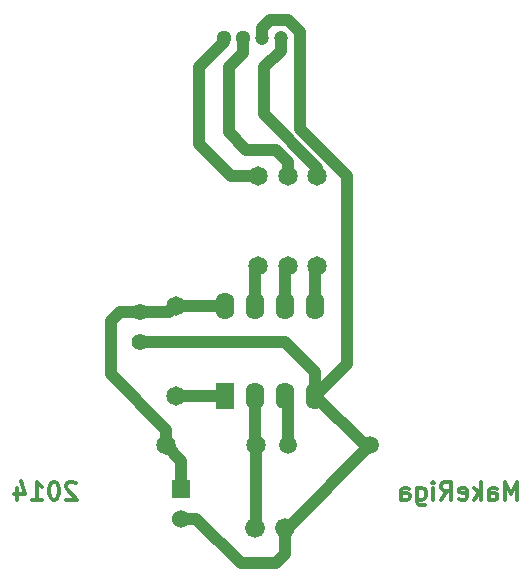
<source format=gbl>
G04 (created by PCBNEW (2013-may-18)-stable) date Tue 16 Dec 2014 04:18:38 PM EET*
%MOIN*%
G04 Gerber Fmt 3.4, Leading zero omitted, Abs format*
%FSLAX34Y34*%
G01*
G70*
G90*
G04 APERTURE LIST*
%ADD10C,0.00590551*%
%ADD11C,0.011811*%
%ADD12C,0.065*%
%ADD13C,0.066*%
%ADD14R,0.062X0.09*%
%ADD15O,0.062X0.09*%
%ADD16C,0.055*%
%ADD17C,0.0511811*%
%ADD18C,0.0472441*%
%ADD19C,0.0590551*%
%ADD20R,0.06X0.06*%
%ADD21C,0.06*%
%ADD22C,0.0393701*%
G04 APERTURE END LIST*
G54D10*
G54D11*
X6130Y-17421D02*
X6102Y-17393D01*
X6046Y-17365D01*
X5905Y-17365D01*
X5849Y-17393D01*
X5821Y-17421D01*
X5793Y-17477D01*
X5793Y-17533D01*
X5821Y-17618D01*
X6158Y-17955D01*
X5793Y-17955D01*
X5427Y-17365D02*
X5371Y-17365D01*
X5314Y-17393D01*
X5286Y-17421D01*
X5258Y-17477D01*
X5230Y-17589D01*
X5230Y-17730D01*
X5258Y-17843D01*
X5286Y-17899D01*
X5314Y-17927D01*
X5371Y-17955D01*
X5427Y-17955D01*
X5483Y-17927D01*
X5511Y-17899D01*
X5539Y-17843D01*
X5568Y-17730D01*
X5568Y-17589D01*
X5539Y-17477D01*
X5511Y-17421D01*
X5483Y-17393D01*
X5427Y-17365D01*
X4668Y-17955D02*
X5005Y-17955D01*
X4836Y-17955D02*
X4836Y-17365D01*
X4893Y-17449D01*
X4949Y-17505D01*
X5005Y-17533D01*
X4161Y-17561D02*
X4161Y-17955D01*
X4302Y-17336D02*
X4443Y-17758D01*
X4077Y-17758D01*
X20823Y-17955D02*
X20823Y-17365D01*
X20627Y-17786D01*
X20430Y-17365D01*
X20430Y-17955D01*
X19895Y-17955D02*
X19895Y-17646D01*
X19924Y-17589D01*
X19980Y-17561D01*
X20092Y-17561D01*
X20149Y-17589D01*
X19895Y-17927D02*
X19952Y-17955D01*
X20092Y-17955D01*
X20149Y-17927D01*
X20177Y-17871D01*
X20177Y-17814D01*
X20149Y-17758D01*
X20092Y-17730D01*
X19952Y-17730D01*
X19895Y-17702D01*
X19614Y-17955D02*
X19614Y-17365D01*
X19558Y-17730D02*
X19389Y-17955D01*
X19389Y-17561D02*
X19614Y-17786D01*
X18911Y-17927D02*
X18967Y-17955D01*
X19080Y-17955D01*
X19136Y-17927D01*
X19164Y-17871D01*
X19164Y-17646D01*
X19136Y-17589D01*
X19080Y-17561D01*
X18967Y-17561D01*
X18911Y-17589D01*
X18883Y-17646D01*
X18883Y-17702D01*
X19164Y-17758D01*
X18293Y-17955D02*
X18489Y-17674D01*
X18630Y-17955D02*
X18630Y-17365D01*
X18405Y-17365D01*
X18349Y-17393D01*
X18321Y-17421D01*
X18293Y-17477D01*
X18293Y-17561D01*
X18321Y-17618D01*
X18349Y-17646D01*
X18405Y-17674D01*
X18630Y-17674D01*
X18039Y-17955D02*
X18039Y-17561D01*
X18039Y-17365D02*
X18068Y-17393D01*
X18039Y-17421D01*
X18011Y-17393D01*
X18039Y-17365D01*
X18039Y-17421D01*
X17505Y-17561D02*
X17505Y-18039D01*
X17533Y-18096D01*
X17561Y-18124D01*
X17618Y-18152D01*
X17702Y-18152D01*
X17758Y-18124D01*
X17505Y-17927D02*
X17561Y-17955D01*
X17674Y-17955D01*
X17730Y-17927D01*
X17758Y-17899D01*
X17786Y-17843D01*
X17786Y-17674D01*
X17758Y-17618D01*
X17730Y-17589D01*
X17674Y-17561D01*
X17561Y-17561D01*
X17505Y-17589D01*
X16971Y-17955D02*
X16971Y-17646D01*
X16999Y-17589D01*
X17055Y-17561D01*
X17168Y-17561D01*
X17224Y-17589D01*
X16971Y-17927D02*
X17027Y-17955D01*
X17168Y-17955D01*
X17224Y-17927D01*
X17252Y-17871D01*
X17252Y-17814D01*
X17224Y-17758D01*
X17168Y-17730D01*
X17027Y-17730D01*
X16971Y-17702D01*
G54D12*
X9448Y-11492D03*
X9448Y-14492D03*
X9129Y-16141D03*
X12129Y-16141D03*
X12204Y-10161D03*
X12204Y-7161D03*
X13188Y-10161D03*
X13188Y-7161D03*
X14173Y-10161D03*
X14173Y-7161D03*
G54D13*
X12098Y-18897D03*
X13098Y-18897D03*
G54D14*
X11098Y-14492D03*
G54D15*
X12098Y-14492D03*
X13098Y-14492D03*
X14098Y-14492D03*
X14098Y-11492D03*
X13098Y-11492D03*
X12098Y-11492D03*
X11098Y-11492D03*
G54D16*
X8267Y-11704D03*
X8267Y-12704D03*
G54D17*
X11062Y-2559D03*
X11692Y-2559D03*
G54D18*
X12322Y-2559D03*
X12952Y-2559D03*
G54D19*
X15944Y-16141D03*
X13188Y-16141D03*
G54D20*
X9645Y-17610D03*
G54D21*
X9645Y-18610D03*
G54D22*
X12322Y-2559D02*
X12322Y-2244D01*
X15157Y-13433D02*
X14098Y-14492D01*
X15157Y-7175D02*
X15157Y-13433D01*
X13582Y-5601D02*
X15157Y-7175D01*
X13582Y-2362D02*
X13582Y-5601D01*
X13188Y-1968D02*
X13582Y-2362D01*
X12598Y-1968D02*
X13188Y-1968D01*
X12322Y-2244D02*
X12598Y-1968D01*
X9645Y-18610D02*
X10145Y-18610D01*
X13098Y-19775D02*
X13098Y-18897D01*
X12795Y-20078D02*
X13098Y-19775D01*
X11614Y-20078D02*
X12795Y-20078D01*
X10145Y-18610D02*
X11614Y-20078D01*
X8267Y-12704D02*
X13098Y-12704D01*
X14098Y-13704D02*
X14098Y-14492D01*
X13098Y-12704D02*
X14098Y-13704D01*
X13098Y-18897D02*
X13188Y-18897D01*
X13188Y-18897D02*
X15944Y-16141D01*
X15944Y-16141D02*
X15748Y-16141D01*
X15748Y-16141D02*
X14098Y-14492D01*
X11062Y-2559D02*
X11062Y-2716D01*
X11295Y-7161D02*
X12204Y-7161D01*
X10236Y-6102D02*
X11295Y-7161D01*
X10236Y-3543D02*
X10236Y-6102D01*
X11062Y-2716D02*
X10236Y-3543D01*
X14098Y-11492D02*
X14098Y-10236D01*
X14098Y-10236D02*
X14173Y-10161D01*
X9448Y-14492D02*
X11098Y-14492D01*
X13098Y-11492D02*
X13098Y-10251D01*
X13098Y-10251D02*
X13188Y-10161D01*
X12098Y-11492D02*
X12098Y-10267D01*
X12098Y-10267D02*
X12204Y-10161D01*
X12129Y-16141D02*
X12129Y-18866D01*
X12129Y-18866D02*
X12098Y-18897D01*
X12098Y-14492D02*
X12098Y-16110D01*
X12098Y-16110D02*
X12129Y-16141D01*
X14173Y-7161D02*
X14173Y-6889D01*
X12952Y-2992D02*
X12952Y-2559D01*
X12401Y-3543D02*
X12952Y-2992D01*
X12401Y-5118D02*
X12401Y-3543D01*
X14173Y-6889D02*
X12401Y-5118D01*
X11692Y-2559D02*
X11692Y-3070D01*
X13188Y-6692D02*
X13188Y-7161D01*
X12795Y-6299D02*
X13188Y-6692D01*
X11811Y-6299D02*
X12795Y-6299D01*
X11220Y-5708D02*
X11811Y-6299D01*
X11220Y-3543D02*
X11220Y-5708D01*
X11692Y-3070D02*
X11220Y-3543D01*
X13188Y-16141D02*
X13188Y-14582D01*
X13188Y-14582D02*
X13098Y-14492D01*
X9645Y-17610D02*
X9645Y-16657D01*
X9645Y-16657D02*
X9129Y-16141D01*
X9129Y-16141D02*
X9129Y-15625D01*
X7586Y-11704D02*
X8267Y-11704D01*
X7283Y-12007D02*
X7586Y-11704D01*
X7283Y-13779D02*
X7283Y-12007D01*
X9129Y-15625D02*
X7283Y-13779D01*
X9448Y-11492D02*
X11098Y-11492D01*
X8267Y-11704D02*
X9236Y-11704D01*
X9236Y-11704D02*
X9448Y-11492D01*
M02*

</source>
